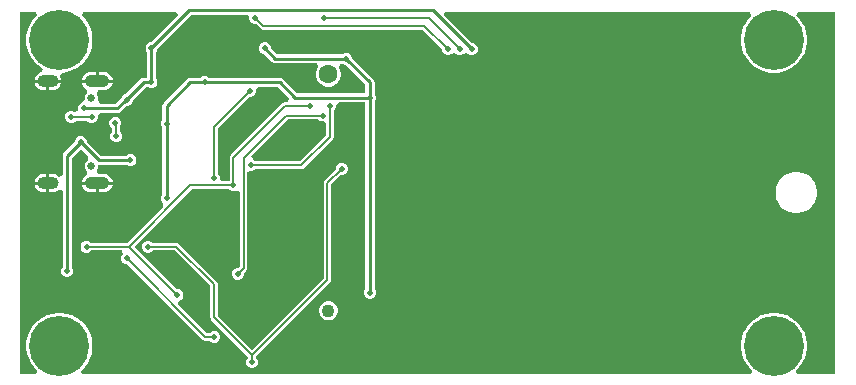
<source format=gbl>
G04*
G04 #@! TF.GenerationSoftware,Altium Limited,Altium Designer,24.9.1 (31)*
G04*
G04 Layer_Physical_Order=2*
G04 Layer_Color=16711680*
%FSLAX25Y25*%
%MOIN*%
G70*
G04*
G04 #@! TF.SameCoordinates,6CE62DF4-74A3-4477-B2B1-5A016BC00F72*
G04*
G04*
G04 #@! TF.FilePolarity,Positive*
G04*
G01*
G75*
%ADD50C,0.06299*%
%ADD51C,0.04331*%
%ADD53C,0.02559*%
G04:AMPARAMS|DCode=54|XSize=39.37mil|YSize=82.68mil|CornerRadius=19.68mil|HoleSize=0mil|Usage=FLASHONLY|Rotation=270.000|XOffset=0mil|YOffset=0mil|HoleType=Round|Shape=RoundedRectangle|*
%AMROUNDEDRECTD54*
21,1,0.03937,0.04331,0,0,270.0*
21,1,0.00000,0.08268,0,0,270.0*
1,1,0.03937,-0.02165,0.00000*
1,1,0.03937,-0.02165,0.00000*
1,1,0.03937,0.02165,0.00000*
1,1,0.03937,0.02165,0.00000*
%
%ADD54ROUNDEDRECTD54*%
G04:AMPARAMS|DCode=55|XSize=39.37mil|YSize=70.87mil|CornerRadius=19.68mil|HoleSize=0mil|Usage=FLASHONLY|Rotation=270.000|XOffset=0mil|YOffset=0mil|HoleType=Round|Shape=RoundedRectangle|*
%AMROUNDEDRECTD55*
21,1,0.03937,0.03150,0,0,270.0*
21,1,0.00000,0.07087,0,0,270.0*
1,1,0.03937,-0.01575,0.00000*
1,1,0.03937,-0.01575,0.00000*
1,1,0.03937,0.01575,0.00000*
1,1,0.03937,0.01575,0.00000*
%
%ADD55ROUNDEDRECTD55*%
%ADD56C,0.20000*%
%ADD57C,0.00500*%
%ADD58C,0.01000*%
%ADD60C,0.01968*%
G36*
X273622Y1969D02*
X260868D01*
X260511Y2652D01*
X260438Y3150D01*
X261540Y4251D01*
X262558Y5652D01*
X263344Y7195D01*
X263879Y8841D01*
X264150Y10552D01*
Y12283D01*
X263879Y13993D01*
X263344Y15640D01*
X262558Y17183D01*
X261540Y18583D01*
X260316Y19808D01*
X258915Y20825D01*
X257372Y21611D01*
X255726Y22147D01*
X254015Y22417D01*
X252284D01*
X250574Y22147D01*
X248927Y21611D01*
X247384Y20825D01*
X245984Y19808D01*
X244759Y18583D01*
X243742Y17183D01*
X242955Y15640D01*
X242421Y13993D01*
X242150Y12283D01*
Y10552D01*
X242421Y8841D01*
X242955Y7195D01*
X243742Y5652D01*
X244759Y4251D01*
X245861Y3150D01*
X245788Y2652D01*
X245431Y1969D01*
X22679D01*
X22322Y2652D01*
X22249Y3150D01*
X23351Y4251D01*
X24369Y5652D01*
X25155Y7195D01*
X25690Y8841D01*
X25961Y10552D01*
Y12283D01*
X25690Y13993D01*
X25155Y15640D01*
X24369Y17183D01*
X23351Y18583D01*
X22127Y19808D01*
X20726Y20825D01*
X19183Y21611D01*
X17537Y22147D01*
X15826Y22417D01*
X14095D01*
X12385Y22147D01*
X10738Y21611D01*
X9195Y20825D01*
X7795Y19808D01*
X6570Y18583D01*
X5553Y17183D01*
X4766Y15640D01*
X4231Y13993D01*
X3961Y12283D01*
Y10552D01*
X4231Y8841D01*
X4766Y7195D01*
X5553Y5652D01*
X6570Y4251D01*
X7672Y3150D01*
X7599Y2652D01*
X7242Y1969D01*
X1969D01*
Y122638D01*
X7023D01*
X7475Y121457D01*
X6570Y120552D01*
X5553Y119151D01*
X4766Y117608D01*
X4231Y115962D01*
X3961Y114251D01*
Y112520D01*
X4231Y110810D01*
X4766Y109163D01*
X5553Y107621D01*
X6570Y106220D01*
X7795Y104996D01*
X9195Y103978D01*
X9461Y103843D01*
X9234Y102633D01*
X8812Y102577D01*
X8090Y102278D01*
X7469Y101802D01*
X6994Y101182D01*
X6695Y100460D01*
X6658Y100185D01*
X11161D01*
X15664D01*
X15628Y100460D01*
X15329Y101182D01*
X15312Y101205D01*
X15757Y102228D01*
X15887Y102395D01*
X17537Y102657D01*
X19183Y103192D01*
X20726Y103978D01*
X22127Y104996D01*
X23351Y106220D01*
X24369Y107621D01*
X25155Y109163D01*
X25690Y110810D01*
X25961Y112520D01*
Y114251D01*
X25690Y115962D01*
X25155Y117608D01*
X24369Y119151D01*
X23351Y120552D01*
X22446Y121457D01*
X22898Y122638D01*
X53971D01*
X54423Y121547D01*
X45491Y112614D01*
X45275D01*
X44545Y112312D01*
X43987Y111754D01*
X43685Y111025D01*
Y110235D01*
X43987Y109506D01*
X44140Y109353D01*
Y100742D01*
X43055D01*
X42470Y100626D01*
X41974Y100294D01*
X36928Y95249D01*
X36278Y94979D01*
X35719Y94421D01*
X35528Y93958D01*
X35432Y93894D01*
X33619Y92081D01*
X28480D01*
X28414Y92131D01*
X27788Y93262D01*
X27929Y93602D01*
Y94509D01*
X27582Y95346D01*
X27419Y95510D01*
X27908Y96691D01*
X29783D01*
X30558Y96793D01*
X31280Y97092D01*
X31901Y97568D01*
X32376Y98188D01*
X32676Y98910D01*
X32712Y99185D01*
X27618D01*
X22524D01*
X22561Y98910D01*
X22860Y98188D01*
X23336Y97568D01*
X23956Y97092D01*
X24076Y96762D01*
X24117Y95747D01*
X23717Y95346D01*
X23370Y94509D01*
Y93602D01*
X22834Y92535D01*
X22104Y92233D01*
X21546Y91675D01*
X21244Y90946D01*
Y90157D01*
X20861Y89566D01*
X20022Y89477D01*
X19292Y89780D01*
X18503D01*
X17774Y89477D01*
X17215Y88919D01*
X16913Y88190D01*
Y87401D01*
X17215Y86671D01*
X17774Y86113D01*
X18503Y85811D01*
X19292D01*
X20022Y86113D01*
X20362Y86454D01*
X24120D01*
X24595Y85979D01*
X25324Y85677D01*
X26113D01*
X26843Y85979D01*
X27401Y86537D01*
X27703Y87267D01*
Y88056D01*
X28581Y89022D01*
X34252D01*
X34837Y89138D01*
X35333Y89470D01*
X37176Y91313D01*
X37796D01*
X38526Y91615D01*
X39084Y92173D01*
X39386Y92902D01*
Y93380D01*
X43689Y97683D01*
X44392D01*
X44545Y97530D01*
X45275Y97228D01*
X46064D01*
X46793Y97530D01*
X47351Y98089D01*
X47653Y98818D01*
Y99607D01*
X47351Y100337D01*
X47199Y100489D01*
Y109353D01*
X47351Y109506D01*
X47653Y110235D01*
Y110451D01*
X58901Y121699D01*
X77956D01*
X78331Y121139D01*
Y120349D01*
X78633Y119620D01*
X79191Y119062D01*
X79920Y118760D01*
X80497D01*
X82048Y117209D01*
X82461Y116933D01*
X82949Y116836D01*
X136086D01*
X142504Y110418D01*
Y109842D01*
X142806Y109112D01*
X143364Y108554D01*
X144094Y108252D01*
X144883D01*
X145612Y108554D01*
X145685Y108627D01*
X146457Y108981D01*
X147228Y108627D01*
X147301Y108554D01*
X148030Y108252D01*
X148820D01*
X149549Y108554D01*
X149622Y108627D01*
X150394Y108981D01*
X151165Y108627D01*
X151238Y108554D01*
X151968Y108252D01*
X152757D01*
X153486Y108554D01*
X154044Y109112D01*
X154347Y109842D01*
Y110631D01*
X154044Y111360D01*
X153486Y111918D01*
X152757Y112221D01*
X152541D01*
X143215Y121547D01*
X143667Y122638D01*
X245212D01*
X245664Y121457D01*
X244759Y120552D01*
X243742Y119151D01*
X242955Y117608D01*
X242421Y115962D01*
X242150Y114251D01*
Y112520D01*
X242421Y110810D01*
X242955Y109163D01*
X243742Y107621D01*
X244759Y106220D01*
X245984Y104996D01*
X247384Y103978D01*
X248927Y103192D01*
X250574Y102657D01*
X252284Y102386D01*
X254015D01*
X255726Y102657D01*
X257372Y103192D01*
X258915Y103978D01*
X260316Y104996D01*
X261540Y106220D01*
X262558Y107621D01*
X263344Y109163D01*
X263879Y110810D01*
X264150Y112520D01*
Y114251D01*
X263879Y115962D01*
X263344Y117608D01*
X262558Y119151D01*
X261540Y120552D01*
X260635Y121457D01*
X261087Y122638D01*
X273622D01*
Y1969D01*
D02*
G37*
%LPC*%
G36*
X29783Y102679D02*
X28118D01*
Y100185D01*
X32712D01*
X32676Y100460D01*
X32376Y101182D01*
X31901Y101802D01*
X31280Y102278D01*
X30558Y102577D01*
X29783Y102679D01*
D02*
G37*
G36*
X27118D02*
X25453D01*
X24678Y102577D01*
X23956Y102278D01*
X23336Y101802D01*
X22860Y101182D01*
X22561Y100460D01*
X22524Y100185D01*
X27118D01*
Y102679D01*
D02*
G37*
G36*
X15664Y99185D02*
X11661D01*
Y96691D01*
X12736D01*
X13511Y96793D01*
X14233Y97092D01*
X14853Y97568D01*
X15329Y98188D01*
X15628Y98910D01*
X15664Y99185D01*
D02*
G37*
G36*
X10661D02*
X6658D01*
X6695Y98910D01*
X6994Y98188D01*
X7469Y97568D01*
X8090Y97092D01*
X8812Y96793D01*
X9587Y96691D01*
X10661D01*
Y99185D01*
D02*
G37*
G36*
X83859Y112614D02*
X83070D01*
X82341Y112312D01*
X81782Y111754D01*
X81480Y111025D01*
Y110235D01*
X81782Y109506D01*
X82341Y108948D01*
X83070Y108646D01*
X83286D01*
X85926Y106005D01*
X86423Y105674D01*
X87008Y105557D01*
X100774D01*
X101235Y104569D01*
X101281Y104376D01*
X100759Y103472D01*
X100476Y102416D01*
Y101324D01*
X100759Y100268D01*
X101305Y99322D01*
X102078Y98550D01*
X103024Y98003D01*
X104080Y97720D01*
X105172D01*
X106228Y98003D01*
X107174Y98550D01*
X107947Y99322D01*
X108493Y100268D01*
X108776Y101324D01*
Y102416D01*
X108493Y103472D01*
X108108Y104138D01*
X108613Y105259D01*
X109506Y105404D01*
X110235Y105102D01*
X110451D01*
X116974Y98579D01*
Y95624D01*
X94137D01*
X89467Y100294D01*
X88971Y100626D01*
X88386Y100742D01*
X64663D01*
X64510Y100895D01*
X63780Y101197D01*
X62991D01*
X62262Y100895D01*
X62109Y100742D01*
X58661D01*
X58076Y100626D01*
X57580Y100294D01*
X49706Y92420D01*
X49374Y91924D01*
X49258Y91339D01*
Y86710D01*
X49105Y86557D01*
X48803Y85828D01*
Y85038D01*
X49105Y84309D01*
X49258Y84156D01*
Y61907D01*
X49105Y61754D01*
X48803Y61025D01*
Y60235D01*
X49105Y59506D01*
X49663Y58948D01*
X49596Y57697D01*
X37661Y45763D01*
X25547D01*
X25140Y46170D01*
X24410Y46472D01*
X23621D01*
X22892Y46170D01*
X22334Y45612D01*
X22031Y44883D01*
Y44093D01*
X22334Y43364D01*
X22892Y42806D01*
X23621Y42504D01*
X24410D01*
X25140Y42806D01*
X25547Y43214D01*
X35715D01*
X35860Y42956D01*
X36077Y42033D01*
X35714Y41670D01*
X35412Y40941D01*
Y40151D01*
X35714Y39422D01*
X36272Y38864D01*
X37002Y38562D01*
X37578D01*
X62590Y13551D01*
X63003Y13274D01*
X63491Y13177D01*
X65116D01*
X65524Y12770D01*
X66253Y12467D01*
X67043D01*
X67772Y12770D01*
X68330Y13328D01*
X68632Y14057D01*
Y14846D01*
X68330Y15576D01*
X67772Y16134D01*
X67043Y16436D01*
X66253D01*
X65524Y16134D01*
X65116Y15726D01*
X64019D01*
X54564Y25181D01*
X54628Y25649D01*
X54957Y26458D01*
X55455Y26664D01*
X56013Y27222D01*
X56315Y27952D01*
Y28741D01*
X56013Y29470D01*
X55455Y30029D01*
X54725Y30331D01*
X54149D01*
X39991Y44488D01*
X59189Y63686D01*
X71425D01*
X71833Y63279D01*
X72562Y62976D01*
X73351D01*
X73922Y63213D01*
X74591Y62955D01*
X75103Y62631D01*
Y37929D01*
X74591Y37417D01*
X74015D01*
X73286Y37115D01*
X72727Y36557D01*
X72425Y35828D01*
Y35038D01*
X72727Y34309D01*
X73286Y33751D01*
X74015Y33449D01*
X74804D01*
X75533Y33751D01*
X76092Y34309D01*
X76394Y35038D01*
Y35615D01*
X77279Y36500D01*
X77555Y36914D01*
X77652Y37402D01*
Y69206D01*
X78346Y69669D01*
X79135D01*
X79864Y69971D01*
X80272Y70379D01*
X95646D01*
X96134Y70476D01*
X96547Y70752D01*
X106019Y80225D01*
X106296Y80638D01*
X106393Y81126D01*
Y89807D01*
X106800Y90215D01*
X107102Y90944D01*
Y91733D01*
X108036Y92565D01*
X116974D01*
Y30411D01*
X116822Y30258D01*
X116520Y29529D01*
Y28739D01*
X116822Y28010D01*
X117380Y27452D01*
X118109Y27150D01*
X118899D01*
X119628Y27452D01*
X120186Y28010D01*
X120488Y28739D01*
Y29529D01*
X120186Y30258D01*
X120033Y30411D01*
Y92818D01*
X120186Y92971D01*
X120488Y93700D01*
Y94489D01*
X120186Y95218D01*
X120033Y95371D01*
Y99213D01*
X119917Y99798D01*
X119585Y100294D01*
X112614Y107265D01*
Y107481D01*
X112312Y108211D01*
X111754Y108769D01*
X111025Y109071D01*
X110235D01*
X109506Y108769D01*
X109353Y108616D01*
X87641D01*
X85449Y110809D01*
Y111025D01*
X85147Y111754D01*
X84589Y112312D01*
X83859Y112614D01*
D02*
G37*
G36*
X34018Y87668D02*
X33229D01*
X32500Y87366D01*
X31942Y86808D01*
X31640Y86079D01*
Y85289D01*
X31942Y84560D01*
X32494Y84008D01*
Y82602D01*
X32232Y82340D01*
X31929Y81610D01*
Y80821D01*
X32232Y80092D01*
X32790Y79533D01*
X33519Y79231D01*
X34308D01*
X35038Y79533D01*
X35596Y80092D01*
X35898Y80821D01*
Y81610D01*
X35596Y82340D01*
X35043Y82892D01*
Y84298D01*
X35306Y84560D01*
X35608Y85289D01*
Y86079D01*
X35306Y86808D01*
X34748Y87366D01*
X34018Y87668D01*
D02*
G37*
G36*
X22442Y81285D02*
X21653D01*
X20923Y80983D01*
X20365Y80425D01*
X20063Y79695D01*
Y79479D01*
X16466Y75882D01*
X16134Y75386D01*
X16018Y74801D01*
Y68209D01*
X14917Y67810D01*
X14837Y67799D01*
X14233Y68262D01*
X13511Y68561D01*
X12736Y68663D01*
X11661D01*
Y65669D01*
Y62675D01*
X12736D01*
X13511Y62777D01*
X14233Y63076D01*
X14837Y63539D01*
X14917Y63529D01*
X16018Y63130D01*
Y37495D01*
X15865Y37343D01*
X15563Y36613D01*
Y35824D01*
X15865Y35095D01*
X16423Y34536D01*
X17153Y34234D01*
X17942D01*
X18671Y34536D01*
X19229Y35095D01*
X19532Y35824D01*
Y36613D01*
X19229Y37343D01*
X19077Y37495D01*
Y74167D01*
X22047Y77138D01*
X24582Y74603D01*
X24358Y73232D01*
X23717Y72591D01*
X23370Y71753D01*
Y70846D01*
X23717Y70008D01*
X24117Y69608D01*
X24076Y68593D01*
X23956Y68262D01*
X23336Y67787D01*
X22860Y67166D01*
X22561Y66444D01*
X22524Y66169D01*
X27618D01*
X32712D01*
X32676Y66444D01*
X32376Y67166D01*
X31901Y67787D01*
X31280Y68262D01*
X30558Y68561D01*
X29783Y68663D01*
X27908D01*
X27419Y69845D01*
X27582Y70008D01*
X27929Y70846D01*
Y71543D01*
X28120Y71699D01*
X37389D01*
X37541Y71546D01*
X38271Y71244D01*
X39060D01*
X39789Y71546D01*
X40347Y72104D01*
X40650Y72834D01*
Y73623D01*
X40347Y74352D01*
X39789Y74910D01*
X39060Y75213D01*
X38271D01*
X37541Y74910D01*
X37389Y74758D01*
X28753D01*
X24032Y79479D01*
Y79695D01*
X23729Y80425D01*
X23171Y80983D01*
X22442Y81285D01*
D02*
G37*
G36*
X10661Y68663D02*
X9587D01*
X8812Y68561D01*
X8090Y68262D01*
X7469Y67787D01*
X6994Y67166D01*
X6695Y66444D01*
X6658Y66169D01*
X10661D01*
Y68663D01*
D02*
G37*
G36*
X32712Y65169D02*
X28118D01*
Y62675D01*
X29783D01*
X30558Y62777D01*
X31280Y63076D01*
X31901Y63552D01*
X32376Y64172D01*
X32676Y64894D01*
X32712Y65169D01*
D02*
G37*
G36*
X27118D02*
X22524D01*
X22561Y64894D01*
X22860Y64172D01*
X23336Y63552D01*
X23956Y63076D01*
X24678Y62777D01*
X25453Y62675D01*
X27118D01*
Y65169D01*
D02*
G37*
G36*
X10661D02*
X6658D01*
X6695Y64894D01*
X6994Y64172D01*
X7469Y63552D01*
X8090Y63076D01*
X8812Y62777D01*
X9587Y62675D01*
X10661D01*
Y65169D01*
D02*
G37*
G36*
X261310Y69406D02*
X259950D01*
X258616Y69140D01*
X257359Y68620D01*
X256228Y67864D01*
X255266Y66902D01*
X254510Y65771D01*
X253990Y64514D01*
X253724Y63180D01*
Y61820D01*
X253990Y60486D01*
X254510Y59229D01*
X255266Y58098D01*
X256228Y57136D01*
X257359Y56380D01*
X258616Y55860D01*
X259950Y55594D01*
X261310D01*
X262644Y55860D01*
X263901Y56380D01*
X265032Y57136D01*
X265994Y58098D01*
X266750Y59229D01*
X267270Y60486D01*
X267535Y61820D01*
Y63180D01*
X267270Y64514D01*
X266750Y65771D01*
X265994Y66902D01*
X265032Y67864D01*
X263901Y68620D01*
X262644Y69140D01*
X261310Y69406D01*
D02*
G37*
G36*
X105043Y26295D02*
X104209D01*
X103404Y26080D01*
X102682Y25663D01*
X102093Y25074D01*
X101676Y24352D01*
X101461Y23547D01*
Y22713D01*
X101676Y21908D01*
X102093Y21186D01*
X102682Y20597D01*
X103404Y20180D01*
X104209Y19965D01*
X105043D01*
X105848Y20180D01*
X106570Y20597D01*
X107159Y21186D01*
X107576Y21908D01*
X107791Y22713D01*
Y23547D01*
X107576Y24352D01*
X107159Y25074D01*
X106570Y25663D01*
X105848Y26080D01*
X105043Y26295D01*
D02*
G37*
G36*
X109427Y72437D02*
X108637D01*
X107908Y72135D01*
X107350Y71576D01*
X107048Y70847D01*
Y70271D01*
X103429Y66652D01*
X103153Y66239D01*
X103056Y65751D01*
Y33992D01*
X79134Y10070D01*
X67810Y21394D01*
Y31890D01*
X67713Y32377D01*
X67437Y32791D01*
X54838Y45389D01*
X54425Y45666D01*
X53937Y45763D01*
X46020D01*
X45612Y46170D01*
X44883Y46472D01*
X44093D01*
X43364Y46170D01*
X42806Y45612D01*
X42504Y44883D01*
Y44093D01*
X42806Y43364D01*
X43364Y42806D01*
X44093Y42504D01*
X44883D01*
X45612Y42806D01*
X46020Y43214D01*
X53409D01*
X65261Y31362D01*
Y20866D01*
X65358Y20378D01*
X65634Y19965D01*
X77859Y7740D01*
Y7437D01*
X77452Y7029D01*
X77150Y6300D01*
Y5511D01*
X77452Y4781D01*
X78010Y4223D01*
X78739Y3921D01*
X79528D01*
X80258Y4223D01*
X80816Y4781D01*
X81118Y5511D01*
Y6300D01*
X80816Y7029D01*
X80408Y7437D01*
Y7740D01*
X105232Y32563D01*
X105508Y32977D01*
X105605Y33465D01*
Y65223D01*
X108850Y68468D01*
X109427D01*
X110156Y68770D01*
X110714Y69328D01*
X111016Y70058D01*
Y70847D01*
X110714Y71576D01*
X110156Y72135D01*
X109427Y72437D01*
D02*
G37*
%LPD*%
G36*
X101632Y86507D02*
X102361Y86205D01*
X103151D01*
X103844Y85742D01*
Y81654D01*
X95118Y72928D01*
X80272D01*
X79864Y73336D01*
X79374Y73539D01*
X79042Y74361D01*
X78983Y74819D01*
X91079Y86914D01*
X101224D01*
X101632Y86507D01*
D02*
G37*
G36*
X91641Y93794D02*
X91152Y92613D01*
X90158D01*
X89670Y92516D01*
X89256Y92240D01*
X88963Y91947D01*
X88963Y91947D01*
X88963Y91946D01*
X79073Y82047D01*
X78232Y81216D01*
X78237Y81211D01*
X78237Y81210D01*
X72056Y75029D01*
X71779Y74615D01*
X71682Y74128D01*
Y66492D01*
X71425Y66235D01*
X68983D01*
X68520Y66928D01*
Y67717D01*
X68218Y68447D01*
X67810Y68854D01*
Y83914D01*
X78199Y94304D01*
X78776D01*
X79505Y94606D01*
X80063Y95164D01*
X80366Y95894D01*
Y96683D01*
X81230Y97683D01*
X87752D01*
X91641Y93794D01*
D02*
G37*
D50*
X104626Y101870D02*
D03*
D51*
Y23130D02*
D03*
D53*
X25650Y71299D02*
D03*
Y94055D02*
D03*
D54*
X27618Y65669D02*
D03*
Y99685D02*
D03*
D55*
X11161Y65669D02*
D03*
Y99685D02*
D03*
D56*
X253150Y11417D02*
D03*
X14961D02*
D03*
Y113386D02*
D03*
X253150D02*
D03*
D57*
X79138Y80309D02*
G03*
X79140Y80311I-1579J1581D01*
G01*
X82949Y118110D02*
X136614D01*
X80315Y120744D02*
X82949Y118110D01*
X136614D02*
X144488Y110236D01*
X103150Y120600D02*
X138061D01*
X148425Y110236D01*
X95646Y71653D02*
X105118Y81126D01*
X78740Y71653D02*
X95646D01*
X105118Y81126D02*
Y91339D01*
X74807Y35433D02*
Y35830D01*
X76378Y74016D02*
X90551Y88189D01*
X102756D01*
X90158Y91339D02*
X98425D01*
X76378Y37402D02*
Y74016D01*
X66535Y84442D02*
X78381Y96288D01*
X74807Y35830D02*
X76378Y37402D01*
X74410Y35433D02*
X74807D01*
X66535Y67323D02*
Y84442D01*
X58661Y64961D02*
X72957D01*
Y74128D01*
X79138Y80309D01*
X89865Y91046D02*
X90158Y91339D01*
X79140Y80311D02*
X89865Y91046D01*
X38189Y44488D02*
X58661Y64961D01*
X24016Y44488D02*
X38189D01*
X54331Y28346D01*
X79134Y5906D02*
Y8268D01*
X53937Y44488D02*
X66535Y31890D01*
Y20866D02*
Y31890D01*
Y20866D02*
X79134Y8268D01*
X104331Y33465D01*
X44488Y44488D02*
X53937D01*
X104331Y33465D02*
Y65751D01*
X63491Y14452D02*
X66648D01*
X37396Y40546D02*
X63491Y14452D01*
X104331Y65751D02*
X109032Y70452D01*
X33769Y81361D02*
Y85539D01*
Y81361D02*
X33914Y81216D01*
X33624Y85684D02*
X33769Y85539D01*
X18898Y87795D02*
X18965Y87728D01*
X25652D01*
X25719Y87661D01*
D58*
X83465Y110630D02*
X87008Y107087D01*
X110630D01*
X118504Y99213D01*
Y94095D02*
Y99213D01*
X63386Y99213D02*
X88386D01*
X58268Y123228D02*
X139370D01*
X45669Y110630D02*
X58268Y123228D01*
X139370D02*
X152362Y110236D01*
X93504Y94095D02*
X118504D01*
X88386Y99213D02*
X93504Y94095D01*
X118504Y29134D02*
Y94095D01*
X50787Y91339D02*
X58661Y99213D01*
X50787Y85433D02*
Y91339D01*
Y60630D02*
Y85433D01*
X45669Y99408D02*
Y110630D01*
X43055Y99213D02*
X45669D01*
X36655Y92813D02*
X43055Y99213D01*
X36514Y92813D02*
X36655D01*
X23228Y90551D02*
X34252D01*
X36514Y92813D01*
X28120Y73228D02*
X38665D01*
X22047Y79301D02*
X28120Y73228D01*
X17547Y36219D02*
Y74801D01*
X22047Y79301D01*
X58661Y99213D02*
X63386D01*
D60*
X83465Y110630D02*
D03*
X103150Y120600D02*
D03*
Y110630D02*
D03*
X98425Y115354D02*
D03*
X110630Y107087D02*
D03*
X105118Y91339D02*
D03*
X102756Y88189D02*
D03*
X98425Y91339D02*
D03*
X78740Y71653D02*
D03*
X77559Y81890D02*
D03*
X78381Y96288D02*
D03*
X80315Y120744D02*
D03*
X144488Y110236D02*
D03*
X148425D02*
D03*
X129528Y104724D02*
D03*
X124016D02*
D03*
X135039Y104724D02*
D03*
X152362Y110236D02*
D03*
X66535Y67323D02*
D03*
X72957Y64961D02*
D03*
X66535Y55512D02*
D03*
X89370Y81102D02*
D03*
Y75590D02*
D03*
X118504Y94095D02*
D03*
X74410Y35433D02*
D03*
X24016Y44488D02*
D03*
X54331Y28346D02*
D03*
X79134Y5906D02*
D03*
X36097Y98947D02*
D03*
X44488Y44488D02*
D03*
X50787Y85433D02*
D03*
Y60630D02*
D03*
X45669Y110630D02*
D03*
X38665Y73228D02*
D03*
X50178Y102971D02*
D03*
X37402Y93297D02*
D03*
X89370Y51575D02*
D03*
Y57480D02*
D03*
Y63386D02*
D03*
Y69291D02*
D03*
X48031Y93307D02*
D03*
X45669Y99213D02*
D03*
X35827Y105512D02*
D03*
X66648Y14452D02*
D03*
X17547Y36219D02*
D03*
X22047Y79301D02*
D03*
X37396Y40546D02*
D03*
X37402Y56299D02*
D03*
X109032Y70452D02*
D03*
X63386Y99213D02*
D03*
X83858Y38189D02*
D03*
X118504Y29134D02*
D03*
X33914Y81216D02*
D03*
X33624Y85684D02*
D03*
X25719Y87661D02*
D03*
X23228Y90551D02*
D03*
X18898Y87795D02*
D03*
M02*

</source>
